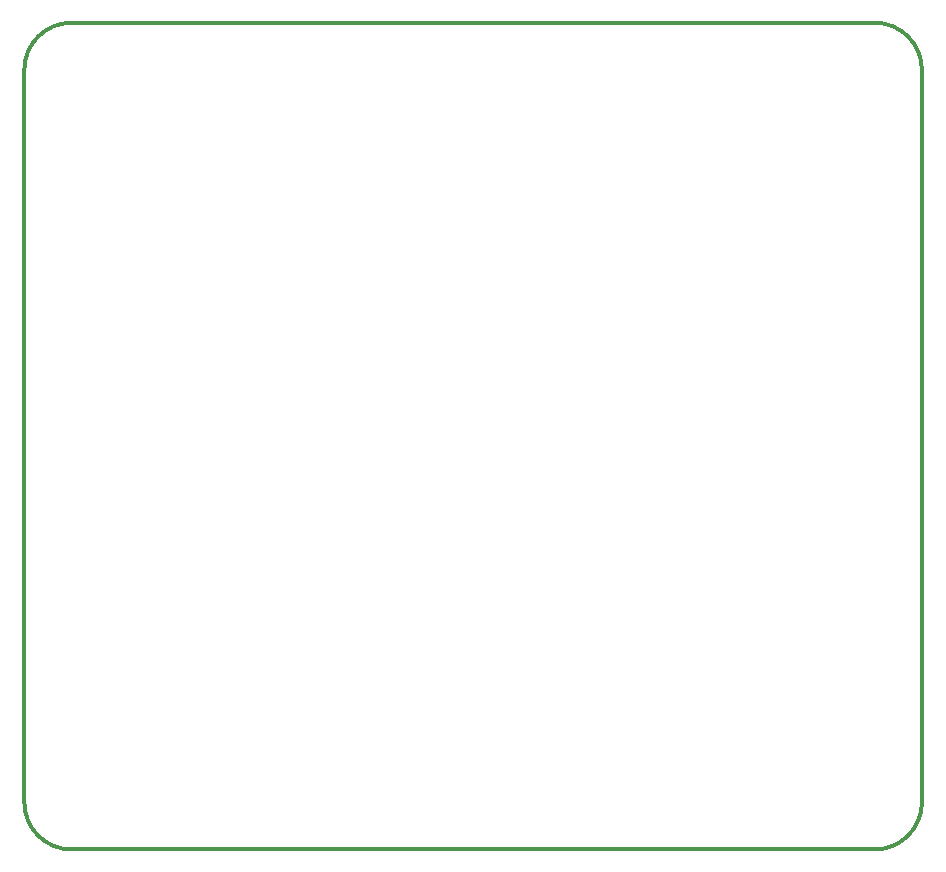
<source format=gbr>
%TF.GenerationSoftware,KiCad,Pcbnew,5.1.8-db9833491~87~ubuntu20.04.1*%
%TF.CreationDate,2020-11-04T15:04:12-03:00*%
%TF.ProjectId,dc_motor,64635f6d-6f74-46f7-922e-6b696361645f,Rev: 1.0*%
%TF.SameCoordinates,PX2dc6c00PY6cb8080*%
%TF.FileFunction,Profile,NP*%
%FSLAX46Y46*%
G04 Gerber Fmt 4.6, Leading zero omitted, Abs format (unit mm)*
G04 Created by KiCad (PCBNEW 5.1.8-db9833491~87~ubuntu20.04.1) date 2020-11-04 15:04:12*
%MOMM*%
%LPD*%
G01*
G04 APERTURE LIST*
%TA.AperFunction,Profile*%
%ADD10C,0.300000*%
%TD*%
G04 APERTURE END LIST*
D10*
X0Y66000000D02*
G75*
G02*
X4000000Y70000000I4000000J0D01*
G01*
X72000000Y70000000D02*
G75*
G02*
X76000000Y66000000I0J-4000000D01*
G01*
X76000000Y4000000D02*
G75*
G02*
X72000000Y0I-4000000J0D01*
G01*
X4000000Y0D02*
G75*
G02*
X0Y4000000I0J4000000D01*
G01*
X72000000Y0D02*
X4000000Y0D01*
X0Y4000000D02*
X0Y66000000D01*
X76000000Y66000000D02*
X76000000Y4000000D01*
X4000000Y70000000D02*
X72000000Y70000000D01*
M02*

</source>
